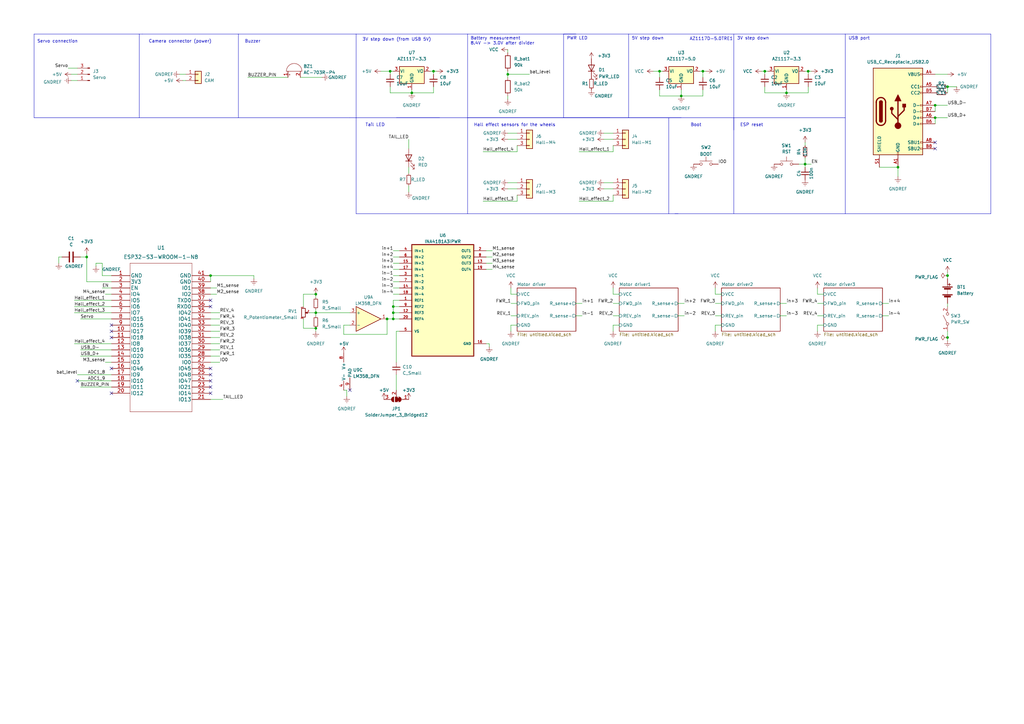
<source format=kicad_sch>
(kicad_sch (version 20230121) (generator eeschema)
  (paper "A3")
  (junction (at 161.29 130.81))
  (junction (at 388.62 138.43))
  (junction (at 331.47 29.21))
  (junction (at 208.28 30.48))
  (junction (at 35.56 105.41))
  (junction (at 270.51 29.21))
  (junction (at 368.3 68.58))
  (junction (at 330.2 67.31))
  (junction (at 129.54 120.65))
  (junction (at 388.62 113.03))
  (junction (at 161.29 125.73))
  (junction (at 288.29 29.21))
  (junction (at 86.36 113.03))
  (junction (at 160.02 29.21))
  (junction (at 158.75 130.81))
  (junction (at 129.54 128.27))
  (junction (at 161.29 128.27))
  (junction (at 279.4 39.37))
  (junction (at 168.91 38.1))
  (junction (at 322.58 38.1))
  (junction (at 388.62 35.56))
  (junction (at 177.8 29.21))
  (junction (at 383.54 43.18))
  (junction (at 383.54 48.26))
  (junction (at 129.54 134.62))
  (junction (at 313.69 29.21))
  (no_connect (at 31.75 156.21))
  (no_connect (at 383.54 58.42))
  (no_connect (at 86.36 151.13))
  (no_connect (at 45.72 133.35))
  (no_connect (at 86.36 161.29))
  (no_connect (at 86.36 156.21))
  (no_connect (at 45.72 135.89))
  (no_connect (at 86.36 125.73))
  (no_connect (at 383.54 60.96))
  (no_connect (at 143.51 160.02))
  (no_connect (at 45.72 161.29))
  (no_connect (at 86.36 123.19))
  (no_connect (at 45.72 138.43))
  (no_connect (at 45.72 151.13))
  (no_connect (at 86.36 153.67))
  (no_connect (at 86.36 158.75))
  (wire (pts (xy 124.46 134.62) (xy 129.54 134.62)))
  (wire (pts (xy 208.28 54.61) (xy 212.09 54.61)))
  (wire (pts (xy 142.24 160.02) (xy 140.97 160.02)))
  (polyline (pts (xy 191.77 87.63) (xy 146.05 87.63)))
  (polyline (pts (xy 191.77 13.97) (xy 146.05 13.97)))
  (polyline (pts (xy 180.34 48.26) (xy 146.05 48.26)))
  (wire (pts (xy 143.51 133.35) (xy 140.97 133.35)))
  (wire (pts (xy 201.93 110.49) (xy 199.39 110.49)))
  (wire (pts (xy 41.91 107.95) (xy 39.37 107.95)))
  (wire (pts (xy 313.69 29.21) (xy 314.96 29.21)))
  (wire (pts (xy 208.28 20.32) (xy 208.28 21.59)))
  (wire (pts (xy 201.93 105.41) (xy 199.39 105.41)))
  (wire (pts (xy 140.97 137.16) (xy 158.75 137.16)))
  (wire (pts (xy 279.4 36.83) (xy 279.4 39.37)))
  (polyline (pts (xy 257.81 13.97) (xy 231.14 13.97)))
  (wire (pts (xy 212.09 82.55) (xy 212.09 80.01)))
  (wire (pts (xy 33.02 146.05) (xy 45.72 146.05)))
  (wire (pts (xy 162.56 135.89) (xy 163.83 135.89)))
  (wire (pts (xy 29.21 30.48) (xy 31.75 30.48)))
  (polyline (pts (xy 274.32 87.63) (xy 276.86 87.63)))
  (wire (pts (xy 320.04 129.54) (xy 322.58 129.54)))
  (wire (pts (xy 208.28 39.37) (xy 208.28 40.64)))
  (wire (pts (xy 168.91 36.83) (xy 168.91 38.1)))
  (polyline (pts (xy 191.77 48.26) (xy 279.4 48.26)))
  (wire (pts (xy 267.97 29.21) (xy 270.51 29.21)))
  (wire (pts (xy 270.51 29.21) (xy 271.78 29.21)))
  (wire (pts (xy 142.24 162.56) (xy 142.24 160.02)))
  (polyline (pts (xy 276.86 87.63) (xy 346.71 87.63)))
  (wire (pts (xy 337.82 133.35) (xy 335.28 133.35)))
  (wire (pts (xy 361.95 124.46) (xy 364.49 124.46)))
  (polyline (pts (xy 191.77 48.26) (xy 191.77 87.63)))
  (wire (pts (xy 33.02 143.51) (xy 45.72 143.51)))
  (wire (pts (xy 388.62 35.56) (xy 392.43 35.56)))
  (wire (pts (xy 312.42 29.21) (xy 313.69 29.21)))
  (polyline (pts (xy 300.99 48.26) (xy 300.99 87.63)))
  (wire (pts (xy 288.29 29.21) (xy 289.56 29.21)))
  (wire (pts (xy 209.55 124.46) (xy 212.09 124.46)))
  (wire (pts (xy 43.18 148.59) (xy 45.72 148.59)))
  (wire (pts (xy 25.4 105.41) (xy 24.13 105.41)))
  (wire (pts (xy 330.2 58.42) (xy 330.2 59.69)))
  (wire (pts (xy 335.28 133.35) (xy 335.28 135.89)))
  (wire (pts (xy 209.55 120.65) (xy 209.55 118.11)))
  (wire (pts (xy 177.8 29.21) (xy 177.8 30.48)))
  (wire (pts (xy 208.28 74.93) (xy 212.09 74.93)))
  (polyline (pts (xy 146.05 13.97) (xy 146.05 48.26)))
  (polyline (pts (xy 300.99 48.26) (xy 346.71 48.26)))
  (wire (pts (xy 201.93 107.95) (xy 199.39 107.95)))
  (wire (pts (xy 388.62 124.46) (xy 388.62 125.73)))
  (wire (pts (xy 361.95 129.54) (xy 364.49 129.54)))
  (wire (pts (xy 90.17 138.43) (xy 86.36 138.43)))
  (polyline (pts (xy 143.51 48.26) (xy 146.05 48.26)))
  (wire (pts (xy 208.28 57.15) (xy 212.09 57.15)))
  (wire (pts (xy 201.93 102.87) (xy 199.39 102.87)))
  (wire (pts (xy 158.75 137.16) (xy 158.75 130.81)))
  (polyline (pts (xy 97.79 48.26) (xy 143.51 48.26)))
  (wire (pts (xy 27.94 27.94) (xy 31.75 27.94)))
  (wire (pts (xy 129.54 128.27) (xy 129.54 129.54)))
  (polyline (pts (xy 236.22 13.97) (xy 191.77 13.97)))
  (wire (pts (xy 35.56 104.14) (xy 35.56 105.41)))
  (wire (pts (xy 30.48 128.27) (xy 45.72 128.27)))
  (wire (pts (xy 251.46 120.65) (xy 251.46 118.11)))
  (wire (pts (xy 388.62 111.76) (xy 388.62 113.03)))
  (wire (pts (xy 295.91 120.65) (xy 293.37 120.65)))
  (wire (pts (xy 330.2 64.77) (xy 330.2 67.31)))
  (wire (pts (xy 73.66 30.48) (xy 76.2 30.48)))
  (wire (pts (xy 335.28 124.46) (xy 337.82 124.46)))
  (wire (pts (xy 198.12 82.55) (xy 212.09 82.55)))
  (wire (pts (xy 209.55 129.54) (xy 212.09 129.54)))
  (wire (pts (xy 278.13 124.46) (xy 280.67 124.46)))
  (wire (pts (xy 288.29 29.21) (xy 288.29 31.75)))
  (wire (pts (xy 237.49 62.23) (xy 251.46 62.23)))
  (wire (pts (xy 177.8 38.1) (xy 177.8 35.56)))
  (wire (pts (xy 383.54 30.48) (xy 388.62 30.48)))
  (wire (pts (xy 143.51 128.27) (xy 129.54 128.27)))
  (wire (pts (xy 247.65 54.61) (xy 251.46 54.61)))
  (wire (pts (xy 86.36 148.59) (xy 90.17 148.59)))
  (polyline (pts (xy 162.56 48.26) (xy 250.19 48.26)))
  (wire (pts (xy 360.68 68.58) (xy 368.3 68.58)))
  (wire (pts (xy 208.28 77.47) (xy 212.09 77.47)))
  (polyline (pts (xy 257.81 13.97) (xy 257.81 48.26)))
  (wire (pts (xy 163.83 123.19) (xy 161.29 123.19)))
  (wire (pts (xy 160.02 29.21) (xy 160.02 30.48)))
  (wire (pts (xy 212.09 133.35) (xy 209.55 133.35)))
  (wire (pts (xy 156.21 29.21) (xy 160.02 29.21)))
  (wire (pts (xy 86.36 143.51) (xy 90.17 143.51)))
  (wire (pts (xy 322.58 38.1) (xy 331.47 38.1)))
  (wire (pts (xy 236.22 124.46) (xy 238.76 124.46)))
  (wire (pts (xy 129.54 120.65) (xy 124.46 120.65)))
  (wire (pts (xy 41.91 113.03) (xy 41.91 107.95)))
  (wire (pts (xy 90.17 133.35) (xy 86.36 133.35)))
  (wire (pts (xy 270.51 29.21) (xy 270.51 31.75)))
  (wire (pts (xy 337.82 120.65) (xy 335.28 120.65)))
  (wire (pts (xy 320.04 124.46) (xy 322.58 124.46)))
  (wire (pts (xy 247.65 77.47) (xy 251.46 77.47)))
  (wire (pts (xy 176.53 29.21) (xy 177.8 29.21)))
  (wire (pts (xy 31.75 156.21) (xy 45.72 156.21)))
  (wire (pts (xy 43.18 120.65) (xy 45.72 120.65)))
  (wire (pts (xy 383.54 43.18) (xy 388.62 43.18)))
  (wire (pts (xy 247.65 57.15) (xy 251.46 57.15)))
  (polyline (pts (xy 346.71 13.97) (xy 346.71 87.63)))
  (wire (pts (xy 254 133.35) (xy 251.46 133.35)))
  (wire (pts (xy 251.46 133.35) (xy 251.46 135.89)))
  (wire (pts (xy 161.29 107.95) (xy 163.83 107.95)))
  (wire (pts (xy 41.91 118.11) (xy 45.72 118.11)))
  (wire (pts (xy 90.17 135.89) (xy 86.36 135.89)))
  (polyline (pts (xy 300.99 13.97) (xy 300.99 53.34)))
  (polyline (pts (xy 58.42 13.97) (xy 97.79 13.97)))
  (wire (pts (xy 33.02 130.81) (xy 45.72 130.81)))
  (polyline (pts (xy 57.15 13.97) (xy 58.42 13.97)))
  (wire (pts (xy 331.47 29.21) (xy 332.74 29.21)))
  (wire (pts (xy 161.29 120.65) (xy 163.83 120.65)))
  (polyline (pts (xy 346.71 87.63) (xy 406.4 87.63)))
  (wire (pts (xy 101.6 31.75) (xy 118.11 31.75)))
  (wire (pts (xy 368.3 68.58) (xy 368.3 72.39)))
  (wire (pts (xy 293.37 129.54) (xy 295.91 129.54)))
  (wire (pts (xy 279.4 39.37) (xy 288.29 39.37)))
  (wire (pts (xy 163.83 125.73) (xy 161.29 125.73)))
  (wire (pts (xy 200.66 142.24) (xy 200.66 140.97)))
  (wire (pts (xy 88.9 118.11) (xy 86.36 118.11)))
  (polyline (pts (xy 276.86 87.63) (xy 278.13 87.63)))
  (wire (pts (xy 161.29 130.81) (xy 163.83 130.81)))
  (wire (pts (xy 45.72 113.03) (xy 41.91 113.03)))
  (wire (pts (xy 168.91 38.1) (xy 177.8 38.1)))
  (wire (pts (xy 30.48 123.19) (xy 45.72 123.19)))
  (wire (pts (xy 161.29 110.49) (xy 163.83 110.49)))
  (wire (pts (xy 212.09 120.65) (xy 209.55 120.65)))
  (polyline (pts (xy 191.77 13.97) (xy 191.77 48.26)))
  (wire (pts (xy 331.47 38.1) (xy 331.47 35.56)))
  (polyline (pts (xy 57.15 48.26) (xy 97.79 48.26)))
  (wire (pts (xy 313.69 29.21) (xy 313.69 30.48)))
  (wire (pts (xy 383.54 48.26) (xy 383.54 50.8)))
  (wire (pts (xy 383.54 48.26) (xy 388.62 48.26)))
  (wire (pts (xy 30.48 125.73) (xy 45.72 125.73)))
  (wire (pts (xy 140.97 133.35) (xy 140.97 137.16)))
  (wire (pts (xy 330.2 67.31) (xy 332.74 67.31)))
  (wire (pts (xy 86.36 113.03) (xy 104.14 113.03)))
  (wire (pts (xy 31.75 153.67) (xy 45.72 153.67)))
  (wire (pts (xy 33.02 105.41) (xy 35.56 105.41)))
  (wire (pts (xy 208.28 30.48) (xy 217.17 30.48)))
  (polyline (pts (xy 57.15 13.97) (xy 57.15 48.26)))
  (wire (pts (xy 278.13 129.54) (xy 280.67 129.54)))
  (wire (pts (xy 251.46 129.54) (xy 254 129.54)))
  (polyline (pts (xy 13.97 13.97) (xy 13.97 48.26)))
  (wire (pts (xy 162.56 153.67) (xy 162.56 160.02)))
  (wire (pts (xy 160.02 38.1) (xy 168.91 38.1)))
  (wire (pts (xy 129.54 134.62) (xy 129.54 135.89)))
  (wire (pts (xy 313.69 38.1) (xy 322.58 38.1)))
  (wire (pts (xy 288.29 39.37) (xy 288.29 36.83)))
  (wire (pts (xy 129.54 128.27) (xy 129.54 127)))
  (wire (pts (xy 90.17 140.97) (xy 86.36 140.97)))
  (wire (pts (xy 90.17 128.27) (xy 86.36 128.27)))
  (polyline (pts (xy 231.14 13.97) (xy 231.14 48.26)))
  (wire (pts (xy 33.02 158.75) (xy 45.72 158.75)))
  (wire (pts (xy 127 128.27) (xy 129.54 128.27)))
  (wire (pts (xy 237.49 82.55) (xy 251.46 82.55)))
  (wire (pts (xy 161.29 123.19) (xy 161.29 125.73)))
  (wire (pts (xy 388.62 113.03) (xy 388.62 114.3)))
  (polyline (pts (xy 346.71 13.97) (xy 257.81 13.97)))
  (wire (pts (xy 167.64 68.58) (xy 167.64 71.12)))
  (wire (pts (xy 86.36 163.83) (xy 91.44 163.83)))
  (polyline (pts (xy 146.05 48.26) (xy 146.05 87.63)))
  (wire (pts (xy 161.29 105.41) (xy 163.83 105.41)))
  (wire (pts (xy 383.54 43.18) (xy 383.54 45.72)))
  (wire (pts (xy 124.46 130.81) (xy 124.46 134.62)))
  (wire (pts (xy 104.14 113.03) (xy 104.14 114.3)))
  (polyline (pts (xy 274.32 48.26) (xy 274.32 87.63)))
  (wire (pts (xy 335.28 120.65) (xy 335.28 118.11)))
  (wire (pts (xy 327.66 67.31) (xy 330.2 67.31)))
  (wire (pts (xy 293.37 120.65) (xy 293.37 118.11)))
  (polyline (pts (xy 97.79 13.97) (xy 97.79 48.26)))
  (wire (pts (xy 129.54 120.65) (xy 129.54 121.92)))
  (wire (pts (xy 388.62 138.43) (xy 388.62 139.7)))
  (wire (pts (xy 388.62 135.89) (xy 388.62 138.43)))
  (wire (pts (xy 29.21 33.02) (xy 31.75 33.02)))
  (wire (pts (xy 330.2 29.21) (xy 331.47 29.21)))
  (wire (pts (xy 162.56 135.89) (xy 162.56 148.59)))
  (wire (pts (xy 177.8 29.21) (xy 179.07 29.21)))
  (wire (pts (xy 247.65 74.93) (xy 251.46 74.93)))
  (polyline (pts (xy 231.14 48.26) (xy 300.99 48.26)))
  (wire (pts (xy 254 120.65) (xy 251.46 120.65)))
  (polyline (pts (xy 406.4 13.97) (xy 346.71 13.97)))
  (wire (pts (xy 198.12 62.23) (xy 212.09 62.23)))
  (wire (pts (xy 124.46 120.65) (xy 124.46 125.73)))
  (wire (pts (xy 35.56 105.41) (xy 35.56 115.57)))
  (wire (pts (xy 161.29 113.03) (xy 163.83 113.03)))
  (wire (pts (xy 270.51 36.83) (xy 270.51 39.37)))
  (wire (pts (xy 251.46 82.55) (xy 251.46 80.01)))
  (wire (pts (xy 160.02 29.21) (xy 161.29 29.21)))
  (polyline (pts (xy 13.97 13.97) (xy 57.15 13.97)))
  (wire (pts (xy 335.28 129.54) (xy 337.82 129.54)))
  (wire (pts (xy 208.28 29.21) (xy 208.28 30.48)))
  (wire (pts (xy 293.37 133.35) (xy 293.37 135.89)))
  (wire (pts (xy 212.09 62.23) (xy 212.09 59.69)))
  (wire (pts (xy 161.29 115.57) (xy 163.83 115.57)))
  (wire (pts (xy 287.02 29.21) (xy 288.29 29.21)))
  (wire (pts (xy 90.17 130.81) (xy 86.36 130.81)))
  (wire (pts (xy 24.13 105.41) (xy 24.13 107.95)))
  (wire (pts (xy 158.75 130.81) (xy 161.29 130.81)))
  (wire (pts (xy 161.29 128.27) (xy 163.83 128.27)))
  (wire (pts (xy 161.29 102.87) (xy 163.83 102.87)))
  (polyline (pts (xy 13.97 48.26) (xy 57.15 48.26)))
  (wire (pts (xy 251.46 124.46) (xy 254 124.46)))
  (wire (pts (xy 30.48 140.97) (xy 45.72 140.97)))
  (wire (pts (xy 167.64 78.74) (xy 167.64 76.2)))
  (wire (pts (xy 331.47 29.21) (xy 331.47 30.48)))
  (wire (pts (xy 123.19 31.75) (xy 132.08 31.75)))
  (wire (pts (xy 88.9 120.65) (xy 86.36 120.65)))
  (wire (pts (xy 270.51 39.37) (xy 279.4 39.37)))
  (wire (pts (xy 161.29 128.27) (xy 161.29 130.81)))
  (polyline (pts (xy 97.79 13.97) (xy 146.05 13.97)))
  (wire (pts (xy 388.62 35.56) (xy 388.62 38.1)))
  (wire (pts (xy 209.55 133.35) (xy 209.55 135.89)))
  (wire (pts (xy 161.29 125.73) (xy 161.29 128.27)))
  (wire (pts (xy 86.36 113.03) (xy 86.36 115.57)))
  (wire (pts (xy 322.58 36.83) (xy 322.58 38.1)))
  (wire (pts (xy 251.46 62.23) (xy 251.46 59.69)))
  (wire (pts (xy 167.64 57.15) (xy 167.64 60.96)))
  (wire (pts (xy 236.22 129.54) (xy 238.76 129.54)))
  (wire (pts (xy 86.36 146.05) (xy 90.17 146.05)))
  (wire (pts (xy 74.93 33.02) (xy 76.2 33.02)))
  (wire (pts (xy 330.2 67.31) (xy 330.2 68.58)))
  (wire (pts (xy 208.28 30.48) (xy 208.28 31.75)))
  (wire (pts (xy 35.56 115.57) (xy 45.72 115.57)))
  (wire (pts (xy 39.37 107.95) (xy 39.37 109.22)))
  (wire (pts (xy 313.69 35.56) (xy 313.69 38.1)))
  (polyline (pts (xy 191.77 87.63) (xy 274.32 87.63)))
  (wire (pts (xy 161.29 118.11) (xy 163.83 118.11)))
  (polyline (pts (xy 406.4 13.97) (xy 406.4 87.63)))
  (wire (pts (xy 295.91 133.35) (xy 293.37 133.35)))
  (wire (pts (xy 200.66 140.97) (xy 199.39 140.97)))
  (wire (pts (xy 293.37 124.46) (xy 295.91 124.46)))
  (wire (pts (xy 160.02 35.56) (xy 160.02 38.1)))
  (text "Boot\n" (at 283.21 52.07 0) (effects (font (size 1.27 1.27)) (justify left bottom)))
  (text "Buzzer" (at 100.33 17.78 0) (effects (font (size 1.27 1.27)) (justify left bottom)))
  (text "Tail LED" (at 149.86 52.07 0) (effects (font (size 1.27 1.27)) (justify left bottom)))
  (text "3V step down (from USB 5V)\n\n" (at 148.59 19.05 0) (effects (font (size 1.27 1.27)) (justify left bottom)))
  (text "AZ1117D-5.0TRE1" (at 282.8078 16.7724 0) (effects (font (size 1.27 1.27)) (justify left bottom)))
  (text "USB port" (at 347.98 16.51 0) (effects (font (size 1.27 1.27)) (justify left bottom)))
  (text "Servo connection" (at 15.24 17.78 0) (effects (font (size 1.27 1.27)) (justify left bottom)))
  (text "Battery measurement\n8.4V -> 3.0V after divider" (at 192.9545 18.5703 0) (effects (font (size 1.27 1.27)) (justify left bottom)))
  (text "ESP reset\n" (at 303.53 52.07 0) (effects (font (size 1.27 1.27)) (justify left bottom)))
  (text "Camera connector (power)" (at 60.96 17.78 0) (effects (font (size 1.27 1.27)) (justify left bottom)))
  (text "PWR LED\n" (at 232.41 16.51 0) (effects (font (size 1.27 1.27)) (justify left bottom)))
  (text "3V step down\n" (at 302.26 16.51 0) (effects (font (size 1.27 1.27)) (justify left bottom)))
  (text "5V step down\n" (at 259.08 16.51 0) (effects (font (size 1.27 1.27)) (justify left bottom)))
  (text "Hall effect sensors for the wheels" (at 194.31 52.07 0) (effects (font (size 1.27 1.27)) (justify left bottom)))
  (label "TAIL_LED" (at 91.44 163.83 0))
  (label "IO0" (at 294.64 67.31 0))
  (label "in-1" (at 238.76 129.54 0))
  (label "BUZZER_PIN" (at 101.6 31.75 0))
  (label "FWR_2" (at 251.46 124.46 180))
  (label "USB_D+" (at 33.02 146.05 0))
  (label "FWR_3" (at 293.37 124.46 180))
  (label "M3_sense" (at 201.93 107.95 0))
  (label "FWR_4" (at 90.17 130.81 0))
  (label "USB_D-" (at 388.62 43.18 0))
  (label "in-3" (at 322.58 129.54 0))
  (label "EN" (at 332.74 67.31 0))
  (label "M1_sense" (at 201.93 102.87 0))
  (label "REV_1" (at 90.17 143.51 0))
  (label "Hall_effect_4" (at 30.48 140.97 0))
  (label "in+1" (at 238.76 124.46 0))
  (label "M4_sense" (at 43.18 120.65 180))
  (label "Hall_effect_2" (at 237.49 82.55 0))
  (label "EN" (at 41.91 118.11 0))
  (label "REV_2" (at 90.17 138.43 0))
  (label "in-2" (at 161.29 115.57 180))
  (label "in+3" (at 161.29 107.95 180))
  (label "ADC1_8" (at 43.18 153.67 180))
  (label "USB_D+" (at 388.62 48.26 0))
  (label "REV_3" (at 90.17 133.35 0))
  (label "Hall_effect_4" (at 198.12 62.23 0))
  (label "in-2" (at 280.67 129.54 0))
  (label "FWR_2" (at 90.17 140.97 0))
  (label "in+4" (at 161.29 110.49 180))
  (label "in+4" (at 364.49 124.46 0))
  (label "FWR_1" (at 90.17 146.05 0))
  (label "in-4" (at 161.29 120.65 180))
  (label "in+2" (at 161.29 105.41 180))
  (label "Hall_effect_1" (at 30.48 123.19 0))
  (label "ADC1_9" (at 43.18 156.21 180))
  (label "Hall_effect_2" (at 30.48 125.73 0))
  (label "IO0" (at 90.17 148.59 0))
  (label "M2_sense" (at 201.93 105.41 0))
  (label "BUZZER_PIN" (at 33.02 158.75 0))
  (label "bat_level" (at 217.17 30.48 0))
  (label "Servo" (at 33.02 130.81 0))
  (label "in-4" (at 364.49 129.54 0))
  (label "REV_4" (at 90.17 128.27 0))
  (label "in+2" (at 280.67 124.46 0))
  (label "in-1" (at 161.29 113.03 180))
  (label "M4_sense" (at 201.93 110.49 0))
  (label "M3_sense" (at 43.18 148.59 180))
  (label "USB_D-" (at 33.02 143.51 0))
  (label "Hall_effect_3" (at 198.12 82.55 0))
  (label "REV_4" (at 335.28 129.54 180))
  (label "bat_level" (at 31.75 153.67 180))
  (label "FWR_3" (at 90.17 135.89 0))
  (label "in-3" (at 161.29 118.11 180))
  (label "M2_sense" (at 88.9 120.65 0))
  (label "TAIL_LED" (at 167.64 57.15 180))
  (label "REV_3" (at 293.37 129.54 180))
  (label "FWR_4" (at 335.28 124.46 180))
  (label "Hall_effect_3" (at 30.48 128.27 0))
  (label "M1_sense" (at 88.9 118.11 0))
  (label "Hall_effect_1" (at 237.49 62.23 0))
  (label "Servo" (at 27.94 27.94 180))
  (label "in+1" (at 161.29 102.87 180))
  (label "in+3" (at 322.58 124.46 0))
  (label "FWR_1" (at 209.55 124.46 180))
  (label "REV_2" (at 251.46 129.54 180))
  (label "REV_1" (at 209.55 129.54 180))
  (symbol (lib_id "power:GNDREF") (at 132.08 31.75 90) (unit 1)
    (property "Reference" "#PWR018" (effects hide))
    (property "Value" "GNDREF" (at 142.24 31.7501 90) (effects (justify left)))
  )
  (symbol (lib_id "power:GNDREF") (at 242.57 36.83 0) (unit 1)
    (property "Reference" "#PWR0109" (effects hide))
    (property "Value" "GNDREF" (at 247.65 39.37 0))
  )
  (symbol (lib_id "power:+3V3") (at 129.54 120.65 0) (unit 1)
    (property "Reference" "#PWR010" (effects hide))
    (property "Value" "+3V3" (at 129.54 115.57 0))
  )
  (symbol (lib_id "Connector:Conn_01x03_Pin") (at 36.83 30.48 180) (unit 1)
    (property "Reference" "J3" (at 38.1 29.21 0) (effects (justify right)))
    (property "Value" "Servo" (at 38.1 31.75 0) (effects (justify right)))
    (property "Footprint" "Connector_PinSocket_2.54mm:PinSocket_1x03_P2.54mm_Vertical" (effects hide))
  )
  (symbol (lib_id "power:+3V3") (at 330.2 58.42 0) (unit 1)
    (property "Reference" "#PWR0119" (effects hide))
    (property "Value" "+3V3" (at 330.2 53.34 0))
  )
  (symbol (lib_id "power:+5V") (at 157.48 163.83 0) (unit 1)
    (property "Reference" "#PWR012" (effects hide))
    (property "Value" "+5V" (at 157.48 160.02 0))
  )
  (symbol (lib_id "Switch:SW_SPST") (at 388.62 130.81 90) (unit 1)
    (property "Reference" "SW3" (at 389.89 129.54 90) (effects (justify right)))
    (property "Value" "PWR_SW" (at 389.89 132.08 90) (effects (justify right)))
    (property "Footprint" "Connector_PinHeader_2.00mm:PinHeader_1x02_P2.00mm_Vertical" (effects hide))
  )
  (symbol (lib_id "power:GNDREF") (at 29.21 33.02 270) (unit 1)
    (property "Reference" "#PWR016" (effects hide))
    (property "Value" "GNDREF" (at 25.4 33.655 90) (effects (justify right)))
  )
  (symbol (lib_id "power:VCC") (at 251.46 118.11 0) (unit 1)
    (property "Reference" "#PWR023" (effects hide))
    (property "Value" "VCC" (at 251.46 113.03 0))
  )
  (symbol (lib_id "power:GNDREF") (at 104.14 114.3 0) (unit 1)
    (property "Reference" "#PWR0111" (effects hide))
    (property "Value" "GNDREF" (at 104.14 119.38 0))
  )
  (symbol (lib_id "Device:R_Small") (at 129.54 124.46 180) (unit 1)
    (property "Reference" "R5" (at 132.08 123.825 0) (effects (justify right)))
    (property "Value" "R_Small" (at 132.08 126.365 0) (effects (justify right)))
    (property "Footprint" "Resistor_SMD:R_0603_1608Metric_Pad0.98x0.95mm_HandSolder" (effects hide))
  )
  (symbol (lib_id "power:PWR_FLAG") (at 388.62 113.03 90) (unit 1)
    (property "Reference" "#FLG02" (effects hide))
    (property "Value" "PWR_FLAG" (at 384.81 113.665 90) (effects (justify left)))
  )
  (symbol (lib_id "power:GNDREF") (at 247.65 74.93 270) (unit 1)
    (property "Reference" "#PWR032" (effects hide))
    (property "Value" "GNDREF" (at 237.49 74.9299 90) (effects (justify left)))
  )
  (symbol (lib_id "power:+3V3") (at 247.65 77.47 90) (unit 1)
    (property "Reference" "#PWR033" (effects hide))
    (property "Value" "+3V3" (at 243.84 77.47 90) (effects (justify left)))
  )
  (symbol (lib_id "Device:R_Small") (at 330.2 62.23 180) (unit 1)
    (property "Reference" "R4" (at 327.66 62.23 90))
    (property "Value" "10K" (at 330.2 62.23 90))
    (property "Footprint" "Resistor_SMD:R_0805_2012Metric_Pad1.20x1.40mm_HandSolder" (effects hide))
  )
  (symbol (lib_id "Amplifier_Operational:LM358_DFN") (at 143.51 152.4 0) (unit 3)
    (property "Reference" "U9" (at 144.78 151.765 0) (effects (justify left)))
    (property "Value" "LM358_DFN" (at 144.78 154.305 0) (effects (justify left)))
    (property "Footprint" "Package_SO:SOIC-8-1EP_3.9x4.9mm_P1.27mm_EP2.514x3.2mm" (effects hide))
    (property "Datasheet" "www.st.com/resource/en/datasheet/lm358.pdf" (effects hide))
  )
  (symbol (lib_id "Connector_Generic:Conn_01x02") (at 81.28 30.48 0) (unit 1)
    (property "Reference" "J2" (at 83.82 30.48 0) (effects (justify left)))
    (property "Value" "CAM" (at 83.82 33.02 0) (effects (justify left)))
    (property "Footprint" "FC_footprint_library:JST-ZH-2_PIN" (effects hide))
  )
  (symbol (lib_id "power:GNDREF") (at 208.28 74.93 270) (unit 1)
    (property "Reference" "#PWR036" (effects hide))
    (property "Value" "GNDREF" (at 198.12 74.9299 90) (effects (justify left)))
  )
  (symbol (lib_id "Device:Buzzer") (at 120.65 29.21 90) (unit 1)
    (property "Reference" "BZ1" (at 124.46 27.1849 90) (effects (justify right)))
    (property "Value" "AC-703R-P4" (at 124.46 29.7249 90) (effects (justify right)))
    (property "Footprint" "Buzzer_Beeper:MagneticBuzzer_Kobitone_254-EMB73-RO" (effects hide))
  )
  (symbol (lib_id "power:GNDREF") (at 247.65 54.61 270) (unit 1)
    (property "Reference" "#PWR031" (effects hide))
    (property "Value" "GNDREF" (at 237.49 54.6099 90) (effects (justify left)))
  )
  (symbol (lib_id "power:GNDREF") (at 209.55 135.89 0) (unit 1)
    (property "Reference" "#PWR03" (effects hide))
    (property "Value" "GNDREF" (at 209.55 140.97 0))
  )
  (symbol (lib_id "INA4181A3IPWR:INA4181A3IPWR") (at 181.61 123.19 0) (unit 1)
    (property "Reference" "U6" (at 181.61 96.52 0))
    (property "Value" "INA4181A3IPWR" (at 181.61 99.06 0))
    (property "Footprint" "FC_footprint_library:SOP65P640X120-20N" (effects hide))
    (property "MF" "Texas Instruments" (effects hide))
    (property "Description" "\n26V, quad channel, bi-directional, 350kHz current sense amplifier\n" (effects hide))
    (property "Package" "TSSOP-20 Texas Instruments" (effects hide))
    (property "Price" "None" (effects hide))
    (property "SnapEDA_Link" "https://www.snapeda.com/parts/INA4181A3IPWR/Texas+Instruments/view-part/?ref=snap" (effects hide))
    (property "MP" "INA4181A3IPWR" (effects hide))
    (property "Purchase-URL" "https://www.snapeda.com/api/url_track_click_mouser/?unipart_id=2778016&manufacturer=Texas Instruments&part_name=INA4181A3IPWR&search_term=None" (effects hide))
    (property "Availability" "In Stock" (effects hide))
    (property "Check_prices" "https://www.snapeda.com/parts/INA4181A3IPWR/Texas+Instruments/view-part/?ref=eda" (effects hide))
  )
  (symbol (lib_id "power:VCC") (at 388.62 111.76 0) (unit 1)
    (property "Reference" "#PWR0122" (effects hide))
    (property "Value" "VCC" (at 388.62 106.68 0))
  )
  (symbol (lib_id "power:GNDREF") (at 129.54 135.89 0) (unit 1)
    (property "Reference" "#PWR09" (effects hide))
    (property "Value" "GNDREF" (at 129.54 140.97 0))
  )
  (symbol (lib_id "power:+3V3") (at 179.07 29.21 270) (unit 1)
    (property "Reference" "#PWR015" (effects hide))
    (property "Value" "+3V3" (at 182.88 29.2099 90) (effects (justify left)))
  )
  (symbol (lib_id "power:GNDREF") (at 368.3 72.39 0) (unit 1)
    (property "Reference" "#PWR0103" (effects hide))
    (property "Value" "GNDREF" (at 368.3 77.47 0))
  )
  (symbol (lib_id "Device:R") (at 208.28 25.4 0) (unit 1)
    (property "Reference" "R_bat1" (at 210.82 24.13 0) (effects (justify left)))
    (property "Value" "90k" (at 210.82 26.67 0) (effects (justify left)))
    (property "Footprint" "Resistor_SMD:R_0805_2012Metric_Pad1.20x1.40mm_HandSolder" (effects hide))
  )
  (symbol (lib_id "power:GNDREF") (at 317.5 67.31 0) (unit 1)
    (property "Reference" "#PWR0118" (effects hide))
    (property "Value" "GNDREF" (at 317.5 72.39 0))
  )
  (symbol (lib_id "power:GNDREF") (at 142.24 162.56 0) (unit 1)
    (property "Reference" "#PWR021" (effects hide))
    (property "Value" "GNDREF" (at 142.24 167.64 0))
  )
  (symbol (lib_id "Device:R_Small") (at 386.08 35.56 90) (unit 1)
    (property "Reference" "R2" (at 386.08 34.29 90))
    (property "Value" "5.1K" (at 386.08 35.56 90))
    (property "Footprint" "Resistor_SMD:R_0805_2012Metric_Pad1.20x1.40mm_HandSolder" (effects hide))
  )
  (symbol (lib_id "power:+5V") (at 29.21 30.48 90) (unit 1)
    (property "Reference" "#PWR017" (effects hide))
    (property "Value" "+5V" (at 25.4 30.48 90) (effects (justify left)))
  )
  (symbol (lib_id "Device:C_Small") (at 177.8 33.02 180) (unit 1)
    (property "Reference" "C8" (at 180.34 31.7435 0) (effects (justify right)))
    (property "Value" "10uF" (at 180.34 34.2835 0) (effects (justify right)))
    (property "Footprint" "Capacitor_SMD:C_1206_3216Metric" (effects hide))
  )
  (symbol (lib_id "power:VCC") (at 209.55 118.11 0) (unit 1)
    (property "Reference" "#PWR07" (effects hide))
    (property "Value" "VCC" (at 209.55 113.03 0))
  )
  (symbol (lib_id "Connector_Generic:Conn_01x03") (at 217.17 77.47 0) (unit 1)
    (property "Reference" "J7" (at 219.71 76.2 0) (effects (justify left)))
    (property "Value" "Hall-M3" (at 219.71 78.74 0) (effects (justify left)))
    (property "Footprint" "Connector_PinHeader_1.27mm:PinHeader_1x03_P1.27mm_Vertical" (effects hide))
  )
  (symbol (lib_id "Device:R_Small") (at 386.08 38.1 90) (unit 1)
    (property "Reference" "R3" (at 386.08 36.83 90))
    (property "Value" "5.1K" (at 386.08 38.1 90))
    (property "Footprint" "Resistor_SMD:R_0805_2012Metric_Pad1.20x1.40mm_HandSolder" (effects hide))
  )
  (symbol (lib_id "Device:C_Small") (at 330.2 71.12 180) (unit 1)
    (property "Reference" "C4" (at 327.66 71.1137 90))
    (property "Value" "100n" (at 332.74 71.1137 90))
    (property "Footprint" "Capacitor_SMD:C_0805_2012Metric_Pad1.18x1.45mm_HandSolder" (effects hide))
  )
  (symbol (lib_name "GNDREF_1") (lib_id "power:GNDREF") (at 208.28 40.64 0) (unit 1)
    (property "Reference" "#PWR02" (effects hide))
    (property "Value" "GNDREF" (at 208.28 45.72 0))
  )
  (symbol (lib_id "power:GNDREF") (at 73.66 30.48 270) (unit 1)
    (property "Reference" "#PWR019" (effects hide))
    (property "Value" "GNDREF" (at 63.5 30.4799 90) (effects (justify left)))
  )
  (symbol (lib_id "power:VCC") (at 335.28 118.11 0) (unit 1)
    (property "Reference" "#PWR027" (effects hide))
    (property "Value" "VCC" (at 335.28 113.03 0))
  )
  (symbol (lib_id "power:GNDREF") (at 293.37 135.89 0) (unit 1)
    (property "Reference" "#PWR026" (effects hide))
    (property "Value" "GNDREF" (at 293.37 140.97 0))
  )
  (symbol (lib_id "power:+5V") (at 289.56 29.21 270) (unit 1)
    (property "Reference" "#PWR06" (effects hide))
    (property "Value" "+5V" (at 293.37 29.2099 90) (effects (justify left)))
  )
  (symbol (lib_id "power:+3V3") (at 167.64 163.83 0) (unit 1)
    (property "Reference" "#PWR011" (effects hide))
    (property "Value" "+3V3" (at 167.64 160.02 0))
  )
  (symbol (lib_id "power:GNDREF") (at 388.62 139.7 0) (unit 1)
    (property "Reference" "#PWR020" (effects hide))
    (property "Value" "GNDREF" (at 388.62 144.78 0))
  )
  (symbol (lib_name "VCC_1") (lib_id "power:VCC") (at 208.28 20.32 90) (unit 1)
    (property "Reference" "#PWR01" (effects hide))
    (property "Value" "VCC" (at 204.47 20.32 90) (effects (justify left)))
  )
  (symbol (lib_id "power:GNDREF") (at 168.91 38.1 0) (unit 1)
    (property "Reference" "#PWR014" (effects hide))
    (property "Value" "GNDREF" (at 168.91 43.18 0))
  )
  (symbol (lib_id "power:VCC") (at 293.37 118.11 0) (unit 1)
    (property "Reference" "#PWR025" (effects hide))
    (property "Value" "VCC" (at 293.37 113.03 0))
  )
  (symbol (lib_id "power:GNDREF") (at 392.43 35.56 0) (unit 1)
    (property "Reference" "#PWR0105" (effects hide))
    (property "Value" "GNDREF" (at 397.51 35.56 0))
  )
  (symbol (lib_id "Device:Battery") (at 388.62 119.38 0) (unit 1)
    (property "Reference" "BT1" (at 392.43 117.7289 0) (effects (justify left)))
    (property "Value" "Battery" (at 392.43 120.2689 0) (effects (justify left)))
    (property "Footprint" "Connector_JST:JST_EH_B2B-EH-A_1x02_P2.50mm_Vertical" (effects hide))
  )
  (symbol (lib_id "Device:C_Small") (at 162.56 151.13 180) (unit 1)
    (property "Reference" "C10" (at 165.1 150.4886 0) (effects (justify right)))
    (property "Value" "C_Small" (at 165.1 153.0286 0) (effects (justify right)))
    (property "Footprint" "Capacitor_SMD:C_0603_1608Metric" (effects hide))
  )
  (symbol (lib_name "+5V_1") (lib_id "power:+5V") (at 156.21 29.21 90) (unit 1)
    (property "Reference" "#PWR013" (effects hide))
    (property "Value" "+5V" (at 152.4 29.21 90) (effects (justify left)))
  )
  (symbol (lib_id "power:+5V") (at 140.97 144.78 0) (unit 1)
    (property "Reference" "#PWR022" (effects hide))
    (property "Value" "+5V" (at 140.97 140.97 0))
  )
  (symbol (lib_id "power:+3V3") (at 242.57 24.13 0) (unit 1)
    (property "Reference" "#PWR0113" (effects hide))
    (property "Value" "+3V3" (at 245.11 22.8599 0) (effects (justify left)))
  )
  (symbol (lib_id "Device:R_Potentiometer_Small") (at 124.46 128.27 0) (unit 1)
    (property "Reference" "RV1" (at 121.92 127.635 0) (effects (justify right)))
    (property "Value" "R_Potentiometer_Small" (at 121.92 130.175 0) (effects (justify right)))
    (property "Footprint" "Connector_PinHeader_2.00mm:PinHeader_1x03_P2.00mm_Vertical" (effects hide))
  )
  (symbol (lib_id "Regulator_Linear:AZ1117-3.3") (at 168.91 29.21 0) (unit 1)
    (property "Reference" "U7" (at 168.91 21.59 0))
    (property "Value" "AZ1117-3.3" (at 168.91 24.13 0))
    (property "Footprint" "Package_TO_SOT_SMD:SOT-223-3_TabPin2" (effects hide))
    (property "Datasheet" "https://www.diodes.com/assets/Datasheets/AZ1117.pdf" (effects hide))
  )
  (symbol (lib_id "power:GNDREF") (at 200.66 142.24 0) (unit 1)
    (property "Reference" "#PWR08" (effects hide))
    (property "Value" "GNDREF" (at 200.66 147.32 0))
  )
  (symbol (lib_id "power:GNDREF") (at 167.64 78.74 0) (unit 1)
    (property "Reference" "#PWR039" (effects hide))
    (property "Value" "GNDREF" (at 172.72 81.28 0))
  )
  (symbol (lib_id "power:+3V3") (at 247.65 57.15 90) (unit 1)
    (property "Reference" "#PWR030" (effects hide))
    (property "Value" "+3V3" (at 243.84 57.15 90) (effects (justify left)))
  )
  (symbol (lib_id "Device:C_Small") (at 331.47 33.02 180) (unit 1)
    (property "Reference" "C3" (at 334.01 31.7435 0) (effects (justify right)))
    (property "Value" "10uF" (at 334.01 34.2835 0) (effects (justify right)))
    (property "Footprint" "Capacitor_SMD:C_1206_3216Metric" (effects hide))
  )
  (symbol (lib_id "power:GNDREF") (at 39.37 109.22 0) (unit 1)
    (property "Reference" "#PWR0120" (effects hide))
    (property "Value" "GNDREF" (at 41.91 110.4899 0) (effects (justify left)))
  )
  (symbol (lib_id "power:+3V3") (at 208.28 77.47 90) (unit 1)
    (property "Reference" "#PWR037" (effects hide))
    (property "Value" "+3V3" (at 204.47 77.47 90) (effects (justify left)))
  )
  (symbol (lib_id "FC_library:ESP32-S3-WROOM-1-N8") (at 45.72 113.03 0) (unit 1)
    (property "Reference" "U1" (at 66.04 101.6 0) (effects (font (size 1.524 1.524))))
    (property "Value" "ESP32-S3-WROOM-1-N8" (at 66.04 105.41 0) (effects (font (size 1.524 1.524))))
    (property "Footprint" "RF_Module:ESP32-S3-WROOM-1" (effects hide))
  )
  (symbol (lib_id "Connector:USB_C_Receptacle_USB2.0") (at 368.3 45.72 0) (unit 1)
    (property "Reference" "J1" (at 368.3 22.86 0))
    (property "Value" "USB_C_Receptacle_USB2.0" (at 368.3 25.4 0))
    (property "Footprint" "Connector_USB:USB_C_Receptacle_HRO_TYPE-C-31-M-12" (effects hide))
    (property "Datasheet" "https://www.usb.org/sites/default/files/documents/usb_type-c.zip" (effects hide))
  )
  (symbol (lib_id "Device:C_Small") (at 288.29 34.29 180) (unit 1)
    (property "Reference" "C6" (at 290.83 33.0135 0) (effects (justify right)))
    (property "Value" "10uF" (at 290.83 35.5535 0) (effects (justify right)))
    (property "Footprint" "Capacitor_SMD:C_1206_3216Metric" (effects hide))
  )
  (symbol (lib_id "power:+3V3") (at 35.56 104.14 0) (unit 1)
    (property "Reference" "#PWR0110" (effects hide))
    (property "Value" "+3V3" (at 35.56 99.06 0))
  )
  (symbol (lib_id "Connector_Generic:Conn_01x03") (at 256.54 57.15 0) (unit 1)
    (property "Reference" "J4" (at 259.08 55.88 0) (effects (justify left)))
    (property "Value" "Hall-M1" (at 259.08 58.42 0) (effects (justify left)))
    (property "Footprint" "Connector_PinHeader_1.27mm:PinHeader_1x03_P1.27mm_Vertical" (effects hide))
  )
  (symbol (lib_id "power:GNDREF") (at 335.28 135.89 0) (unit 1)
    (property "Reference" "#PWR028" (effects hide))
    (property "Value" "GNDREF" (at 335.28 140.97 0))
  )
  (symbol (lib_id "power:VCC") (at 312.42 29.21 90) (unit 1)
    (property "Reference" "#PWR0108" (effects hide))
    (property "Value" "VCC" (at 308.61 29.2099 90) (effects (justify left)))
  )
  (symbol (lib_id "Connector_Generic:Conn_01x03") (at 256.54 77.47 0) (unit 1)
    (property "Reference" "J5" (at 259.08 76.2 0) (effects (justify left)))
    (property "Value" "Hall-M2" (at 259.08 78.74 0) (effects (justify left)))
    (property "Footprint" "Connector_PinHeader_1.27mm:PinHeader_1x03_P1.27mm_Vertical" (effects hide))
  )
  (symbol (lib_id "power:GNDREF") (at 279.4 39.37 0) (unit 1)
    (property "Reference" "#PWR05" (effects hide))
    (property "Value" "GNDREF" (at 279.4 44.45 0))
  )
  (symbol (lib_id "power:+3V3") (at 208.28 57.15 90) (unit 1)
    (property "Reference" "#PWR035" (effects hide))
    (property "Value" "+3V3" (at 204.47 57.15 90) (effects (justify left)))
  )
  (symbol (lib_id "Device:C_Small") (at 313.69 33.02 180) (unit 1)
    (property "Reference" "C2" (at 316.23 31.7435 0) (effects (justify right)))
    (property "Value" "10uF" (at 316.23 34.2835 0) (effects (justify right)))
    (property "Footprint" "Capacitor_SMD:C_1206_3216Metric" (effects hide))
  )
  (symbol (lib_id "Regulator_Linear:AZ1117-3.3") (at 322.58 29.21 0) (unit 1)
    (property "Reference" "U2" (at 322.58 21.59 0))
    (property "Value" "AZ1117-3.3" (at 322.58 24.13 0))
    (property "Footprint" "Package_TO_SOT_SMD:SOT-223-3_TabPin2" (effects hide))
    (property "Datasheet" "https://www.diodes.com/assets/Datasheets/AZ1117.pdf" (effects hide))
  )
  (symbol (lib_id "power:+3V3") (at 332.74 29.21 270) (unit 1)
    (property "Reference" "#PWR0107" (effects hide))
    (property "Value" "+3V3" (at 336.55 29.2099 90) (effects (justify left)))
  )
  (symbol (lib_id "Regulator_Linear:AZ1117-5.0") (at 279.4 29.21 0) (unit 1)
    (property "Reference" "U3" (at 279.4 21.59 0))
    (property "Value" "AZ1117-5.0" (at 279.4 24.13 0))
    (property "Footprint" "Package_TO_SOT_SMD:TO-252-2" (effects hide))
    (property "Datasheet" "https://www.diodes.com/assets/Datasheets/AZ1117.pdf" (effects hide))
  )
  (symbol (lib_id "Device:R_Small") (at 129.54 132.08 0) (unit 1)
    (property "Reference" "R6" (at 132.08 131.445 0) (effects (justify left)))
    (property "Value" "R_Small" (at 132.08 133.985 0) (effects (justify left)))
    (property "Footprint" "Resistor_SMD:R_0603_1608Metric_Pad0.98x0.95mm_HandSolder" (effects hide))
  )
  (symbol (lib_id "power:GNDREF") (at 251.46 135.89 0) (unit 1)
    (property "Reference" "#PWR024" (effects hide))
    (property "Value" "GNDREF" (at 251.46 140.97 0))
  )
  (symbol (lib_id "Device:LED") (at 167.64 64.77 90) (unit 1)
    (property "Reference" "D2" (at 171.45 65.0875 90) (effects (justify right)))
    (property "Value" "RED" (at 171.45 67.6275 90) (effects (justify right)))
    (property "Footprint" "LED_THT:LED_D3.0mm" (effects hide))
  )
  (symbol (lib_id "Jumper:SolderJumper_3_Bridged12") (at 162.56 163.83 180) (unit 1)
    (property "Reference" "JP1" (at 162.56 167.64 0))
    (property "Value" "SolderJumper_3_Bridged12" (at 162.56 170.18 0))
    (property "Footprint" "Jumper:SolderJumper-3_P1.3mm_Bridged12_RoundedPad1.0x1.5mm" (effects hide))
  )
  (symbol (lib_id "Device:R") (at 208.28 35.56 0) (unit 1)
    (property "Reference" "R_bat2" (at 210.82 34.29 0) (effects (justify left)))
    (property "Value" "50k" (at 210.82 36.83 0) (effects (justify left)))
    (property "Footprint" "Resistor_SMD:R_0805_2012Metric_Pad1.20x1.40mm_HandSolder" (effects hide))
  )
  (symbol (lib_id "Switch:SW_Push") (at 322.58 67.31 0) (unit 1)
    (property "Reference" "SW1" (at 322.58 59.69 0))
    (property "Value" "RST" (at 322.58 62.23 0))
    (property "Footprint" "Button_Switch_SMD:SW_Push_1P1T_NO_6x6mm_H9.5mm" (effects hide))
  )
  (symbol (lib_id "Connector_Generic:Conn_01x03") (at 217.17 57.15 0) (unit 1)
    (property "Reference" "J6" (at 219.71 55.88 0) (effects (justify left)))
    (property "Value" "Hall-M4" (at 219.71 58.42 0) (effects (justify left)))
    (property "Footprint" "Connector_PinHeader_1.27mm:PinHeader_1x03_P1.27mm_Vertical" (effects hide))
  )
  (symbol (lib_name "VCC_3") (lib_id "power:VCC") (at 267.97 29.21 90) (unit 1)
    (property "Reference" "#PWR04" (effects hide))
    (property "Value" "VCC" (at 264.16 29.21 90) (effects (justify left)))
  )
  (symbol (lib_id "power:GNDREF") (at 330.2 73.66 0) (unit 1)
    (property "Reference" "#PWR0117" (effects hide))
    (property "Value" "GNDREF" (at 330.2 78.74 0))
  )
  (symbol (lib_id "Device:C_Small") (at 160.02 33.02 180) (unit 1)
    (property "Reference" "C7" (at 162.56 31.7435 0) (effects (justify right)))
    (property "Value" "10uF" (at 162.56 34.2835 0) (effects (justify right)))
    (property "Footprint" "Capacitor_SMD:C_1206_3216Metric" (effects hide))
  )
  (symbol (lib_id "power:GNDREF") (at 24.13 107.95 0) (unit 1)
    (property "Reference" "#PWR0112" (effects hide))
    (property "Value" "GNDREF" (at 26.67 109.2199 0) (effects (justify left)))
  )
  (symbol (lib_id "Switch:SW_Push") (at 289.56 67.31 0) (unit 1)
    (property "Reference" "SW2" (at 289.56 60.4225 0))
    (property "Value" "BOOT" (at 289.56 63.1976 0))
    (property "Footprint" "Button_Switch_SMD:SW_Push_1P1T_NO_6x6mm_H9.5mm" (effects hide))
  )
  (symbol (lib_id "power:GNDREF") (at 322.58 38.1 0) (unit 1)
    (property "Reference" "#PWR0106" (effects hide))
    (property "Value" "GNDREF" (at 322.58 43.18 0))
  )
  (symbol (lib_id "Device:R_Small") (at 242.57 34.29 180) (unit 1)
    (property "Reference" "R1" (at 240.03 34.29 0))
    (property "Value" "R_LED" (at 246.38 34.29 0))
    (property "Footprint" "Resistor_SMD:R_0805_2012Metric_Pad1.20x1.40mm_HandSolder" (effects hide))
  )
  (symbol (lib_id "power:PWR_FLAG") (at 388.62 138.43 90) (unit 1)
    (property "Reference" "#FLG01" (effects hide))
    (property "Value" "PWR_FLAG" (at 384.81 139.065 90) (effects (justify left)))
  )
  (symbol (lib_id "Device:C_Small") (at 270.51 34.29 180) (unit 1)
    (property "Reference" "C5" (at 273.05 33.0135 0) (effects (justify right)))
    (property "Value" "10uF" (at 273.05 35.5535 0) (effects (justify right)))
    (property "Footprint" "Capacitor_SMD:C_1206_3216Metric" (effects hide))
  )
  (symbol (lib_id "power:+5V") (at 74.93 33.02 90) (unit 1)
    (property "Reference" "#PWR029" (effects hide))
    (property "Value" "+5V" (at 71.12 33.02 90) (effects (justify left)))
  )
  (symbol (lib_id "Device:LED") (at 242.57 27.94 90) (unit 1)
    (property "Reference" "D1" (at 245.491 28.619 90) (effects (justify right)))
    (property "Value" "PWR_LED" (at 245.491 31.3941 90) (effects (justify right)))
    (property "Footprint" "LED_SMD:LED_0805_2012Metric_Pad1.15x1.40mm_HandSolder" (effects hide))
  )
  (symbol (lib_id "power:+5V") (at 388.62 30.48 270) (unit 1)
    (property "Reference" "#PWR0104" (effects hide))
    (property "Value" "+5V" (at 392.43 30.4799 90) (effects (justify left)))
  )
  (symbol (lib_id "Amplifier_Operational:LM358_DFN") (at 151.13 130.81 0) (unit 1)
    (property "Reference" "U9" (at 151.13 121.92 0))
    (property "Value" "LM358_DFN" (at 151.13 124.46 0))
    (property "Footprint" "Package_SO:SOIC-8-1EP_3.9x4.9mm_P1.27mm_EP2.514x3.2mm" (effects hide))
    (property "Datasheet" "www.st.com/resource/en/datasheet/lm358.pdf" (effects hide))
  )
  (symbol (lib_id "Device:R_Small") (at 167.64 73.66 180) (unit 1)
    (property "Reference" "R7" (at 165.1 73.66 0))
    (property "Value" "R_LED" (at 171.45 73.66 0))
    (property "Footprint" "Resistor_SMD:R_0805_2012Metric_Pad1.20x1.40mm_HandSolder" (effects hide))
  )
  (symbol (lib_id "power:GNDREF") (at 208.28 54.61 270) (unit 1)
    (property "Reference" "#PWR034" (effects hide))
    (property "Value" "GNDREF" (at 198.12 54.6099 90) (effects (justify left)))
  )
  (symbol (lib_id "power:GNDREF") (at 284.48 67.31 0) (unit 1)
    (property "Reference" "#PWR0125" (effects hide))
    (property "Value" "GNDREF" (at 284.48 72.39 0))
  )
  (symbol (lib_id "Device:C") (at 29.21 105.41 90) (unit 1)
    (property "Reference" "C1" (at 29.21 97.79 90))
    (property "Value" "C" (at 29.21 100.33 90))
    (property "Footprint" "Capacitor_SMD:C_1206_3216Metric" (effects hide))
  )
  (sheet (at 254 118.11) (size 24.13 17.78) (stroke (width 0.1524))
    (property "Sheetname" "Motor driver1" (at 254 117.3984 0) (effects (justify left bottom)))
    (property "Sheetfile" "untitled.kicad_sch" (at 254 136.4746 0) (effects (justify left top)))
    (pin "FWD_pin" input (at 254 124.46 180))
    (pin "REV_pin" input (at 254 129.54 180))
    (pin "R_sense+" output (at 278.13 124.46 0))
    (pin "R_sense-" output (at 278.13 129.54 0))
    (pin "VCC" input (at 254 120.65 180))
    (pin "GND" input (at 254 133.35 180))
  )
  (sheet (at 337.82 118.11) (size 24.13 17.78) (stroke (width 0.1524))
    (property "Sheetname" "Motor driver3" (at 337.82 117.3984 0) (effects (justify left bottom)))
    (property "Sheetfile" "untitled.kicad_sch" (at 337.82 136.4746 0) (effects (justify left top)))
    (pin "FWD_pin" input (at 337.82 124.46 180))
    (pin "REV_pin" input (at 337.82 129.54 180))
    (pin "R_sense+" output (at 361.95 124.46 0))
    (pin "R_sense-" output (at 361.95 129.54 0))
    (pin "VCC" input (at 337.82 120.65 180))
    (pin "GND" input (at 337.82 133.35 180))
  )
  (sheet (at 295.91 118.11) (size 24.13 17.78) (stroke (width 0.1524))
    (property "Sheetname" "Motor driver2" (at 295.91 117.3984 0) (effects (justify left bottom)))
    (property "Sheetfile" "untitled.kicad_sch" (at 295.91 136.4746 0) (effects (justify left top)))
    (pin "FWD_pin" input (at 295.91 124.46 180))
    (pin "REV_pin" input (at 295.91 129.54 180))
    (pin "R_sense+" output (at 320.04 124.46 0))
    (pin "R_sense-" output (at 320.04 129.54 0))
    (pin "VCC" input (at 295.91 120.65 180))
    (pin "GND" input (at 295.91 133.35 180))
  )
  (sheet (at 212.09 118.11) (size 24.13 17.78) (stroke (width 0.1524))
    (property "Sheetname" "Motor driver" (at 212.09 117.3984 0) (effects (justify left bottom)))
    (property "Sheetfile" "untitled.kicad_sch" (at 212.09 136.4746 0) (effects (justify left top)))
    (pin "FWD_pin" input (at 212.09 124.46 180))
    (pin "REV_pin" input (at 212.09 129.54 180))
    (pin "R_sense+" output (at 236.22 124.46 0))
    (pin "R_sense-" output (at 236.22 129.54 0))
    (pin "VCC" input (at 212.09 120.65 180))
    (pin "GND" input (at 212.09 133.35 180))
  )
)
</source>
